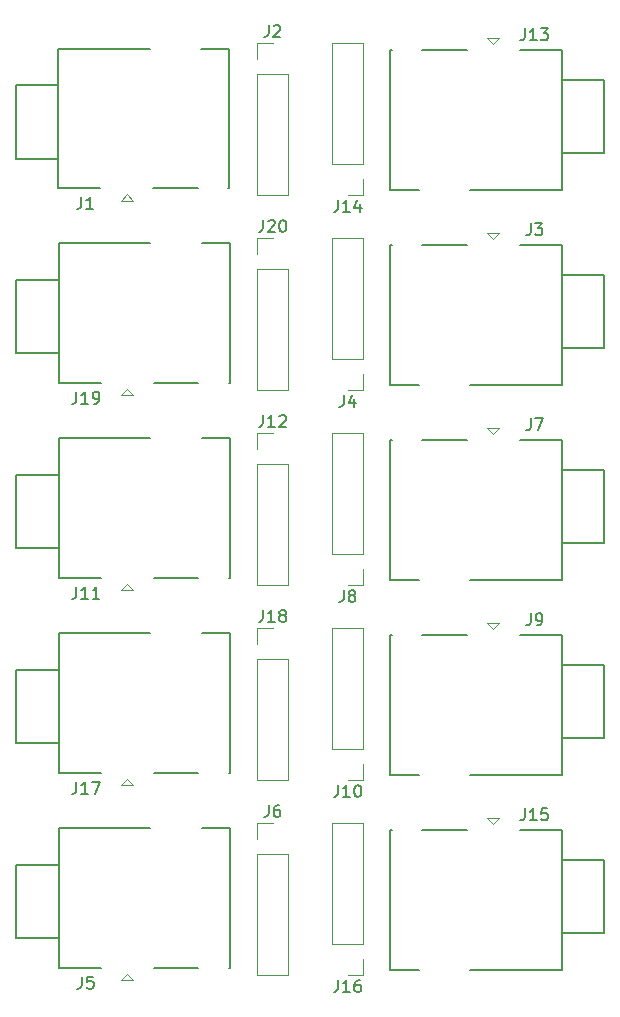
<source format=gbr>
G04 #@! TF.GenerationSoftware,KiCad,Pcbnew,(5.1.5-0-10_14)*
G04 #@! TF.CreationDate,2020-03-15T18:41:56-04:00*
G04 #@! TF.ProjectId,hp_breakout,68705f62-7265-4616-9b6f-75742e6b6963,rev?*
G04 #@! TF.SameCoordinates,Original*
G04 #@! TF.FileFunction,Legend,Top*
G04 #@! TF.FilePolarity,Positive*
%FSLAX46Y46*%
G04 Gerber Fmt 4.6, Leading zero omitted, Abs format (unit mm)*
G04 Created by KiCad (PCBNEW (5.1.5-0-10_14)) date 2020-03-15 18:41:56*
%MOMM*%
%LPD*%
G04 APERTURE LIST*
%ADD10C,0.120000*%
%ADD11C,0.150000*%
G04 APERTURE END LIST*
D10*
X49104000Y-44369000D02*
X48604000Y-43819000D01*
X48104000Y-44369000D02*
X49104000Y-44369000D01*
X48604000Y-43819000D02*
X48104000Y-44369000D01*
D11*
X42804000Y-31519000D02*
X50554000Y-31519000D01*
X54904000Y-31519000D02*
X57304000Y-31519000D01*
X57304000Y-31519000D02*
X57304000Y-43319000D01*
X57304000Y-43319000D02*
X57204000Y-43319000D01*
X54604000Y-43319000D02*
X50854000Y-43319000D01*
X46354000Y-43319000D02*
X42804000Y-43319000D01*
X42804000Y-43319000D02*
X42804000Y-31519000D01*
X42804000Y-34619000D02*
X39204000Y-34619000D01*
X39204000Y-34619000D02*
X39204000Y-40819000D01*
X39204000Y-40819000D02*
X42804000Y-40819000D01*
D10*
X49141000Y-60851000D02*
X48641000Y-60301000D01*
X48141000Y-60851000D02*
X49141000Y-60851000D01*
X48641000Y-60301000D02*
X48141000Y-60851000D01*
D11*
X42841000Y-48001000D02*
X50591000Y-48001000D01*
X54941000Y-48001000D02*
X57341000Y-48001000D01*
X57341000Y-48001000D02*
X57341000Y-59801000D01*
X57341000Y-59801000D02*
X57241000Y-59801000D01*
X54641000Y-59801000D02*
X50891000Y-59801000D01*
X46391000Y-59801000D02*
X42841000Y-59801000D01*
X42841000Y-59801000D02*
X42841000Y-48001000D01*
X42841000Y-51101000D02*
X39241000Y-51101000D01*
X39241000Y-51101000D02*
X39241000Y-57301000D01*
X39241000Y-57301000D02*
X42841000Y-57301000D01*
D10*
X79129000Y-47099000D02*
X79629000Y-47649000D01*
X80129000Y-47099000D02*
X79129000Y-47099000D01*
X79629000Y-47649000D02*
X80129000Y-47099000D01*
D11*
X85429000Y-59949000D02*
X77679000Y-59949000D01*
X73329000Y-59949000D02*
X70929000Y-59949000D01*
X70929000Y-59949000D02*
X70929000Y-48149000D01*
X70929000Y-48149000D02*
X71029000Y-48149000D01*
X73629000Y-48149000D02*
X77379000Y-48149000D01*
X81879000Y-48149000D02*
X85429000Y-48149000D01*
X85429000Y-48149000D02*
X85429000Y-59949000D01*
X85429000Y-56849000D02*
X89029000Y-56849000D01*
X89029000Y-56849000D02*
X89029000Y-50649000D01*
X89029000Y-50649000D02*
X85429000Y-50649000D01*
D10*
X49141000Y-110381000D02*
X48641000Y-109831000D01*
X48141000Y-110381000D02*
X49141000Y-110381000D01*
X48641000Y-109831000D02*
X48141000Y-110381000D01*
D11*
X42841000Y-97531000D02*
X50591000Y-97531000D01*
X54941000Y-97531000D02*
X57341000Y-97531000D01*
X57341000Y-97531000D02*
X57341000Y-109331000D01*
X57341000Y-109331000D02*
X57241000Y-109331000D01*
X54641000Y-109331000D02*
X50891000Y-109331000D01*
X46391000Y-109331000D02*
X42841000Y-109331000D01*
X42841000Y-109331000D02*
X42841000Y-97531000D01*
X42841000Y-100631000D02*
X39241000Y-100631000D01*
X39241000Y-100631000D02*
X39241000Y-106831000D01*
X39241000Y-106831000D02*
X42841000Y-106831000D01*
D10*
X79129000Y-63609000D02*
X79629000Y-64159000D01*
X80129000Y-63609000D02*
X79129000Y-63609000D01*
X79629000Y-64159000D02*
X80129000Y-63609000D01*
D11*
X85429000Y-76459000D02*
X77679000Y-76459000D01*
X73329000Y-76459000D02*
X70929000Y-76459000D01*
X70929000Y-76459000D02*
X70929000Y-64659000D01*
X70929000Y-64659000D02*
X71029000Y-64659000D01*
X73629000Y-64659000D02*
X77379000Y-64659000D01*
X81879000Y-64659000D02*
X85429000Y-64659000D01*
X85429000Y-64659000D02*
X85429000Y-76459000D01*
X85429000Y-73359000D02*
X89029000Y-73359000D01*
X89029000Y-73359000D02*
X89029000Y-67159000D01*
X89029000Y-67159000D02*
X85429000Y-67159000D01*
D10*
X79129000Y-80119000D02*
X79629000Y-80669000D01*
X80129000Y-80119000D02*
X79129000Y-80119000D01*
X79629000Y-80669000D02*
X80129000Y-80119000D01*
D11*
X85429000Y-92969000D02*
X77679000Y-92969000D01*
X73329000Y-92969000D02*
X70929000Y-92969000D01*
X70929000Y-92969000D02*
X70929000Y-81169000D01*
X70929000Y-81169000D02*
X71029000Y-81169000D01*
X73629000Y-81169000D02*
X77379000Y-81169000D01*
X81879000Y-81169000D02*
X85429000Y-81169000D01*
X85429000Y-81169000D02*
X85429000Y-92969000D01*
X85429000Y-89869000D02*
X89029000Y-89869000D01*
X89029000Y-89869000D02*
X89029000Y-83669000D01*
X89029000Y-83669000D02*
X85429000Y-83669000D01*
D10*
X49141000Y-77361000D02*
X48641000Y-76811000D01*
X48141000Y-77361000D02*
X49141000Y-77361000D01*
X48641000Y-76811000D02*
X48141000Y-77361000D01*
D11*
X42841000Y-64511000D02*
X50591000Y-64511000D01*
X54941000Y-64511000D02*
X57341000Y-64511000D01*
X57341000Y-64511000D02*
X57341000Y-76311000D01*
X57341000Y-76311000D02*
X57241000Y-76311000D01*
X54641000Y-76311000D02*
X50891000Y-76311000D01*
X46391000Y-76311000D02*
X42841000Y-76311000D01*
X42841000Y-76311000D02*
X42841000Y-64511000D01*
X42841000Y-67611000D02*
X39241000Y-67611000D01*
X39241000Y-67611000D02*
X39241000Y-73811000D01*
X39241000Y-73811000D02*
X42841000Y-73811000D01*
D10*
X79129000Y-30589000D02*
X79629000Y-31139000D01*
X80129000Y-30589000D02*
X79129000Y-30589000D01*
X79629000Y-31139000D02*
X80129000Y-30589000D01*
D11*
X85429000Y-43439000D02*
X77679000Y-43439000D01*
X73329000Y-43439000D02*
X70929000Y-43439000D01*
X70929000Y-43439000D02*
X70929000Y-31639000D01*
X70929000Y-31639000D02*
X71029000Y-31639000D01*
X73629000Y-31639000D02*
X77379000Y-31639000D01*
X81879000Y-31639000D02*
X85429000Y-31639000D01*
X85429000Y-31639000D02*
X85429000Y-43439000D01*
X85429000Y-40339000D02*
X89029000Y-40339000D01*
X89029000Y-40339000D02*
X89029000Y-34139000D01*
X89029000Y-34139000D02*
X85429000Y-34139000D01*
D10*
X79129000Y-96629000D02*
X79629000Y-97179000D01*
X80129000Y-96629000D02*
X79129000Y-96629000D01*
X79629000Y-97179000D02*
X80129000Y-96629000D01*
D11*
X85429000Y-109479000D02*
X77679000Y-109479000D01*
X73329000Y-109479000D02*
X70929000Y-109479000D01*
X70929000Y-109479000D02*
X70929000Y-97679000D01*
X70929000Y-97679000D02*
X71029000Y-97679000D01*
X73629000Y-97679000D02*
X77379000Y-97679000D01*
X81879000Y-97679000D02*
X85429000Y-97679000D01*
X85429000Y-97679000D02*
X85429000Y-109479000D01*
X85429000Y-106379000D02*
X89029000Y-106379000D01*
X89029000Y-106379000D02*
X89029000Y-100179000D01*
X89029000Y-100179000D02*
X85429000Y-100179000D01*
D10*
X49141000Y-93871000D02*
X48641000Y-93321000D01*
X48141000Y-93871000D02*
X49141000Y-93871000D01*
X48641000Y-93321000D02*
X48141000Y-93871000D01*
D11*
X42841000Y-81021000D02*
X50591000Y-81021000D01*
X54941000Y-81021000D02*
X57341000Y-81021000D01*
X57341000Y-81021000D02*
X57341000Y-92821000D01*
X57341000Y-92821000D02*
X57241000Y-92821000D01*
X54641000Y-92821000D02*
X50891000Y-92821000D01*
X46391000Y-92821000D02*
X42841000Y-92821000D01*
X42841000Y-92821000D02*
X42841000Y-81021000D01*
X42841000Y-84121000D02*
X39241000Y-84121000D01*
X39241000Y-84121000D02*
X39241000Y-90321000D01*
X39241000Y-90321000D02*
X42841000Y-90321000D01*
D10*
X68640000Y-60385000D02*
X67310000Y-60385000D01*
X68640000Y-59055000D02*
X68640000Y-60385000D01*
X68640000Y-57785000D02*
X65980000Y-57785000D01*
X65980000Y-57785000D02*
X65980000Y-47565000D01*
X68640000Y-57785000D02*
X68640000Y-47565000D01*
X68640000Y-47565000D02*
X65980000Y-47565000D01*
X59630000Y-109915000D02*
X62290000Y-109915000D01*
X59630000Y-99695000D02*
X59630000Y-109915000D01*
X62290000Y-99695000D02*
X62290000Y-109915000D01*
X59630000Y-99695000D02*
X62290000Y-99695000D01*
X59630000Y-98425000D02*
X59630000Y-97095000D01*
X59630000Y-97095000D02*
X60960000Y-97095000D01*
X68640000Y-76895000D02*
X67310000Y-76895000D01*
X68640000Y-75565000D02*
X68640000Y-76895000D01*
X68640000Y-74295000D02*
X65980000Y-74295000D01*
X65980000Y-74295000D02*
X65980000Y-64075000D01*
X68640000Y-74295000D02*
X68640000Y-64075000D01*
X68640000Y-64075000D02*
X65980000Y-64075000D01*
X68640000Y-80585000D02*
X65980000Y-80585000D01*
X68640000Y-90805000D02*
X68640000Y-80585000D01*
X65980000Y-90805000D02*
X65980000Y-80585000D01*
X68640000Y-90805000D02*
X65980000Y-90805000D01*
X68640000Y-92075000D02*
X68640000Y-93405000D01*
X68640000Y-93405000D02*
X67310000Y-93405000D01*
X59630000Y-64075000D02*
X60960000Y-64075000D01*
X59630000Y-65405000D02*
X59630000Y-64075000D01*
X59630000Y-66675000D02*
X62290000Y-66675000D01*
X62290000Y-66675000D02*
X62290000Y-76895000D01*
X59630000Y-66675000D02*
X59630000Y-76895000D01*
X59630000Y-76895000D02*
X62290000Y-76895000D01*
X68640000Y-31055000D02*
X65980000Y-31055000D01*
X68640000Y-41275000D02*
X68640000Y-31055000D01*
X65980000Y-41275000D02*
X65980000Y-31055000D01*
X68640000Y-41275000D02*
X65980000Y-41275000D01*
X68640000Y-42545000D02*
X68640000Y-43875000D01*
X68640000Y-43875000D02*
X67310000Y-43875000D01*
X68640000Y-109915000D02*
X67310000Y-109915000D01*
X68640000Y-108585000D02*
X68640000Y-109915000D01*
X68640000Y-107315000D02*
X65980000Y-107315000D01*
X65980000Y-107315000D02*
X65980000Y-97095000D01*
X68640000Y-107315000D02*
X68640000Y-97095000D01*
X68640000Y-97095000D02*
X65980000Y-97095000D01*
X59630000Y-93405000D02*
X62290000Y-93405000D01*
X59630000Y-83185000D02*
X59630000Y-93405000D01*
X62290000Y-83185000D02*
X62290000Y-93405000D01*
X59630000Y-83185000D02*
X62290000Y-83185000D01*
X59630000Y-81915000D02*
X59630000Y-80585000D01*
X59630000Y-80585000D02*
X60960000Y-80585000D01*
X59630000Y-47565000D02*
X60960000Y-47565000D01*
X59630000Y-48895000D02*
X59630000Y-47565000D01*
X59630000Y-50165000D02*
X62290000Y-50165000D01*
X62290000Y-50165000D02*
X62290000Y-60385000D01*
X59630000Y-50165000D02*
X59630000Y-60385000D01*
X59630000Y-60385000D02*
X62290000Y-60385000D01*
X59630000Y-43875000D02*
X62290000Y-43875000D01*
X59630000Y-33655000D02*
X59630000Y-43875000D01*
X62290000Y-33655000D02*
X62290000Y-43875000D01*
X59630000Y-33655000D02*
X62290000Y-33655000D01*
X59630000Y-32385000D02*
X59630000Y-31055000D01*
X59630000Y-31055000D02*
X60960000Y-31055000D01*
D11*
X44770666Y-44071380D02*
X44770666Y-44785666D01*
X44723047Y-44928523D01*
X44627809Y-45023761D01*
X44484952Y-45071380D01*
X44389714Y-45071380D01*
X45770666Y-45071380D02*
X45199238Y-45071380D01*
X45484952Y-45071380D02*
X45484952Y-44071380D01*
X45389714Y-44214238D01*
X45294476Y-44309476D01*
X45199238Y-44357095D01*
X44331476Y-60553380D02*
X44331476Y-61267666D01*
X44283857Y-61410523D01*
X44188619Y-61505761D01*
X44045761Y-61553380D01*
X43950523Y-61553380D01*
X45331476Y-61553380D02*
X44760047Y-61553380D01*
X45045761Y-61553380D02*
X45045761Y-60553380D01*
X44950523Y-60696238D01*
X44855285Y-60791476D01*
X44760047Y-60839095D01*
X45807666Y-61553380D02*
X45998142Y-61553380D01*
X46093380Y-61505761D01*
X46141000Y-61458142D01*
X46236238Y-61315285D01*
X46283857Y-61124809D01*
X46283857Y-60743857D01*
X46236238Y-60648619D01*
X46188619Y-60601000D01*
X46093380Y-60553380D01*
X45902904Y-60553380D01*
X45807666Y-60601000D01*
X45760047Y-60648619D01*
X45712428Y-60743857D01*
X45712428Y-60981952D01*
X45760047Y-61077190D01*
X45807666Y-61124809D01*
X45902904Y-61172428D01*
X46093380Y-61172428D01*
X46188619Y-61124809D01*
X46236238Y-61077190D01*
X46283857Y-60981952D01*
X82795666Y-46301380D02*
X82795666Y-47015666D01*
X82748047Y-47158523D01*
X82652809Y-47253761D01*
X82509952Y-47301380D01*
X82414714Y-47301380D01*
X83176619Y-46301380D02*
X83795666Y-46301380D01*
X83462333Y-46682333D01*
X83605190Y-46682333D01*
X83700428Y-46729952D01*
X83748047Y-46777571D01*
X83795666Y-46872809D01*
X83795666Y-47110904D01*
X83748047Y-47206142D01*
X83700428Y-47253761D01*
X83605190Y-47301380D01*
X83319476Y-47301380D01*
X83224238Y-47253761D01*
X83176619Y-47206142D01*
X44807666Y-110083380D02*
X44807666Y-110797666D01*
X44760047Y-110940523D01*
X44664809Y-111035761D01*
X44521952Y-111083380D01*
X44426714Y-111083380D01*
X45760047Y-110083380D02*
X45283857Y-110083380D01*
X45236238Y-110559571D01*
X45283857Y-110511952D01*
X45379095Y-110464333D01*
X45617190Y-110464333D01*
X45712428Y-110511952D01*
X45760047Y-110559571D01*
X45807666Y-110654809D01*
X45807666Y-110892904D01*
X45760047Y-110988142D01*
X45712428Y-111035761D01*
X45617190Y-111083380D01*
X45379095Y-111083380D01*
X45283857Y-111035761D01*
X45236238Y-110988142D01*
X82795666Y-62811380D02*
X82795666Y-63525666D01*
X82748047Y-63668523D01*
X82652809Y-63763761D01*
X82509952Y-63811380D01*
X82414714Y-63811380D01*
X83176619Y-62811380D02*
X83843285Y-62811380D01*
X83414714Y-63811380D01*
X82795666Y-79321380D02*
X82795666Y-80035666D01*
X82748047Y-80178523D01*
X82652809Y-80273761D01*
X82509952Y-80321380D01*
X82414714Y-80321380D01*
X83319476Y-80321380D02*
X83509952Y-80321380D01*
X83605190Y-80273761D01*
X83652809Y-80226142D01*
X83748047Y-80083285D01*
X83795666Y-79892809D01*
X83795666Y-79511857D01*
X83748047Y-79416619D01*
X83700428Y-79369000D01*
X83605190Y-79321380D01*
X83414714Y-79321380D01*
X83319476Y-79369000D01*
X83271857Y-79416619D01*
X83224238Y-79511857D01*
X83224238Y-79749952D01*
X83271857Y-79845190D01*
X83319476Y-79892809D01*
X83414714Y-79940428D01*
X83605190Y-79940428D01*
X83700428Y-79892809D01*
X83748047Y-79845190D01*
X83795666Y-79749952D01*
X44331476Y-77063380D02*
X44331476Y-77777666D01*
X44283857Y-77920523D01*
X44188619Y-78015761D01*
X44045761Y-78063380D01*
X43950523Y-78063380D01*
X45331476Y-78063380D02*
X44760047Y-78063380D01*
X45045761Y-78063380D02*
X45045761Y-77063380D01*
X44950523Y-77206238D01*
X44855285Y-77301476D01*
X44760047Y-77349095D01*
X46283857Y-78063380D02*
X45712428Y-78063380D01*
X45998142Y-78063380D02*
X45998142Y-77063380D01*
X45902904Y-77206238D01*
X45807666Y-77301476D01*
X45712428Y-77349095D01*
X82319476Y-29791380D02*
X82319476Y-30505666D01*
X82271857Y-30648523D01*
X82176619Y-30743761D01*
X82033761Y-30791380D01*
X81938523Y-30791380D01*
X83319476Y-30791380D02*
X82748047Y-30791380D01*
X83033761Y-30791380D02*
X83033761Y-29791380D01*
X82938523Y-29934238D01*
X82843285Y-30029476D01*
X82748047Y-30077095D01*
X83652809Y-29791380D02*
X84271857Y-29791380D01*
X83938523Y-30172333D01*
X84081380Y-30172333D01*
X84176619Y-30219952D01*
X84224238Y-30267571D01*
X84271857Y-30362809D01*
X84271857Y-30600904D01*
X84224238Y-30696142D01*
X84176619Y-30743761D01*
X84081380Y-30791380D01*
X83795666Y-30791380D01*
X83700428Y-30743761D01*
X83652809Y-30696142D01*
X82319476Y-95831380D02*
X82319476Y-96545666D01*
X82271857Y-96688523D01*
X82176619Y-96783761D01*
X82033761Y-96831380D01*
X81938523Y-96831380D01*
X83319476Y-96831380D02*
X82748047Y-96831380D01*
X83033761Y-96831380D02*
X83033761Y-95831380D01*
X82938523Y-95974238D01*
X82843285Y-96069476D01*
X82748047Y-96117095D01*
X84224238Y-95831380D02*
X83748047Y-95831380D01*
X83700428Y-96307571D01*
X83748047Y-96259952D01*
X83843285Y-96212333D01*
X84081380Y-96212333D01*
X84176619Y-96259952D01*
X84224238Y-96307571D01*
X84271857Y-96402809D01*
X84271857Y-96640904D01*
X84224238Y-96736142D01*
X84176619Y-96783761D01*
X84081380Y-96831380D01*
X83843285Y-96831380D01*
X83748047Y-96783761D01*
X83700428Y-96736142D01*
X44331476Y-93573380D02*
X44331476Y-94287666D01*
X44283857Y-94430523D01*
X44188619Y-94525761D01*
X44045761Y-94573380D01*
X43950523Y-94573380D01*
X45331476Y-94573380D02*
X44760047Y-94573380D01*
X45045761Y-94573380D02*
X45045761Y-93573380D01*
X44950523Y-93716238D01*
X44855285Y-93811476D01*
X44760047Y-93859095D01*
X45664809Y-93573380D02*
X46331476Y-93573380D01*
X45902904Y-94573380D01*
X66976666Y-60837380D02*
X66976666Y-61551666D01*
X66929047Y-61694523D01*
X66833809Y-61789761D01*
X66690952Y-61837380D01*
X66595714Y-61837380D01*
X67881428Y-61170714D02*
X67881428Y-61837380D01*
X67643333Y-60789761D02*
X67405238Y-61504047D01*
X68024285Y-61504047D01*
X60626666Y-95547380D02*
X60626666Y-96261666D01*
X60579047Y-96404523D01*
X60483809Y-96499761D01*
X60340952Y-96547380D01*
X60245714Y-96547380D01*
X61531428Y-95547380D02*
X61340952Y-95547380D01*
X61245714Y-95595000D01*
X61198095Y-95642619D01*
X61102857Y-95785476D01*
X61055238Y-95975952D01*
X61055238Y-96356904D01*
X61102857Y-96452142D01*
X61150476Y-96499761D01*
X61245714Y-96547380D01*
X61436190Y-96547380D01*
X61531428Y-96499761D01*
X61579047Y-96452142D01*
X61626666Y-96356904D01*
X61626666Y-96118809D01*
X61579047Y-96023571D01*
X61531428Y-95975952D01*
X61436190Y-95928333D01*
X61245714Y-95928333D01*
X61150476Y-95975952D01*
X61102857Y-96023571D01*
X61055238Y-96118809D01*
X66976666Y-77347380D02*
X66976666Y-78061666D01*
X66929047Y-78204523D01*
X66833809Y-78299761D01*
X66690952Y-78347380D01*
X66595714Y-78347380D01*
X67595714Y-77775952D02*
X67500476Y-77728333D01*
X67452857Y-77680714D01*
X67405238Y-77585476D01*
X67405238Y-77537857D01*
X67452857Y-77442619D01*
X67500476Y-77395000D01*
X67595714Y-77347380D01*
X67786190Y-77347380D01*
X67881428Y-77395000D01*
X67929047Y-77442619D01*
X67976666Y-77537857D01*
X67976666Y-77585476D01*
X67929047Y-77680714D01*
X67881428Y-77728333D01*
X67786190Y-77775952D01*
X67595714Y-77775952D01*
X67500476Y-77823571D01*
X67452857Y-77871190D01*
X67405238Y-77966428D01*
X67405238Y-78156904D01*
X67452857Y-78252142D01*
X67500476Y-78299761D01*
X67595714Y-78347380D01*
X67786190Y-78347380D01*
X67881428Y-78299761D01*
X67929047Y-78252142D01*
X67976666Y-78156904D01*
X67976666Y-77966428D01*
X67929047Y-77871190D01*
X67881428Y-77823571D01*
X67786190Y-77775952D01*
X66500476Y-93857380D02*
X66500476Y-94571666D01*
X66452857Y-94714523D01*
X66357619Y-94809761D01*
X66214761Y-94857380D01*
X66119523Y-94857380D01*
X67500476Y-94857380D02*
X66929047Y-94857380D01*
X67214761Y-94857380D02*
X67214761Y-93857380D01*
X67119523Y-94000238D01*
X67024285Y-94095476D01*
X66929047Y-94143095D01*
X68119523Y-93857380D02*
X68214761Y-93857380D01*
X68310000Y-93905000D01*
X68357619Y-93952619D01*
X68405238Y-94047857D01*
X68452857Y-94238333D01*
X68452857Y-94476428D01*
X68405238Y-94666904D01*
X68357619Y-94762142D01*
X68310000Y-94809761D01*
X68214761Y-94857380D01*
X68119523Y-94857380D01*
X68024285Y-94809761D01*
X67976666Y-94762142D01*
X67929047Y-94666904D01*
X67881428Y-94476428D01*
X67881428Y-94238333D01*
X67929047Y-94047857D01*
X67976666Y-93952619D01*
X68024285Y-93905000D01*
X68119523Y-93857380D01*
X60150476Y-62527380D02*
X60150476Y-63241666D01*
X60102857Y-63384523D01*
X60007619Y-63479761D01*
X59864761Y-63527380D01*
X59769523Y-63527380D01*
X61150476Y-63527380D02*
X60579047Y-63527380D01*
X60864761Y-63527380D02*
X60864761Y-62527380D01*
X60769523Y-62670238D01*
X60674285Y-62765476D01*
X60579047Y-62813095D01*
X61531428Y-62622619D02*
X61579047Y-62575000D01*
X61674285Y-62527380D01*
X61912380Y-62527380D01*
X62007619Y-62575000D01*
X62055238Y-62622619D01*
X62102857Y-62717857D01*
X62102857Y-62813095D01*
X62055238Y-62955952D01*
X61483809Y-63527380D01*
X62102857Y-63527380D01*
X66500476Y-44327380D02*
X66500476Y-45041666D01*
X66452857Y-45184523D01*
X66357619Y-45279761D01*
X66214761Y-45327380D01*
X66119523Y-45327380D01*
X67500476Y-45327380D02*
X66929047Y-45327380D01*
X67214761Y-45327380D02*
X67214761Y-44327380D01*
X67119523Y-44470238D01*
X67024285Y-44565476D01*
X66929047Y-44613095D01*
X68357619Y-44660714D02*
X68357619Y-45327380D01*
X68119523Y-44279761D02*
X67881428Y-44994047D01*
X68500476Y-44994047D01*
X66500476Y-110367380D02*
X66500476Y-111081666D01*
X66452857Y-111224523D01*
X66357619Y-111319761D01*
X66214761Y-111367380D01*
X66119523Y-111367380D01*
X67500476Y-111367380D02*
X66929047Y-111367380D01*
X67214761Y-111367380D02*
X67214761Y-110367380D01*
X67119523Y-110510238D01*
X67024285Y-110605476D01*
X66929047Y-110653095D01*
X68357619Y-110367380D02*
X68167142Y-110367380D01*
X68071904Y-110415000D01*
X68024285Y-110462619D01*
X67929047Y-110605476D01*
X67881428Y-110795952D01*
X67881428Y-111176904D01*
X67929047Y-111272142D01*
X67976666Y-111319761D01*
X68071904Y-111367380D01*
X68262380Y-111367380D01*
X68357619Y-111319761D01*
X68405238Y-111272142D01*
X68452857Y-111176904D01*
X68452857Y-110938809D01*
X68405238Y-110843571D01*
X68357619Y-110795952D01*
X68262380Y-110748333D01*
X68071904Y-110748333D01*
X67976666Y-110795952D01*
X67929047Y-110843571D01*
X67881428Y-110938809D01*
X60150476Y-79037380D02*
X60150476Y-79751666D01*
X60102857Y-79894523D01*
X60007619Y-79989761D01*
X59864761Y-80037380D01*
X59769523Y-80037380D01*
X61150476Y-80037380D02*
X60579047Y-80037380D01*
X60864761Y-80037380D02*
X60864761Y-79037380D01*
X60769523Y-79180238D01*
X60674285Y-79275476D01*
X60579047Y-79323095D01*
X61721904Y-79465952D02*
X61626666Y-79418333D01*
X61579047Y-79370714D01*
X61531428Y-79275476D01*
X61531428Y-79227857D01*
X61579047Y-79132619D01*
X61626666Y-79085000D01*
X61721904Y-79037380D01*
X61912380Y-79037380D01*
X62007619Y-79085000D01*
X62055238Y-79132619D01*
X62102857Y-79227857D01*
X62102857Y-79275476D01*
X62055238Y-79370714D01*
X62007619Y-79418333D01*
X61912380Y-79465952D01*
X61721904Y-79465952D01*
X61626666Y-79513571D01*
X61579047Y-79561190D01*
X61531428Y-79656428D01*
X61531428Y-79846904D01*
X61579047Y-79942142D01*
X61626666Y-79989761D01*
X61721904Y-80037380D01*
X61912380Y-80037380D01*
X62007619Y-79989761D01*
X62055238Y-79942142D01*
X62102857Y-79846904D01*
X62102857Y-79656428D01*
X62055238Y-79561190D01*
X62007619Y-79513571D01*
X61912380Y-79465952D01*
X60150476Y-46017380D02*
X60150476Y-46731666D01*
X60102857Y-46874523D01*
X60007619Y-46969761D01*
X59864761Y-47017380D01*
X59769523Y-47017380D01*
X60579047Y-46112619D02*
X60626666Y-46065000D01*
X60721904Y-46017380D01*
X60960000Y-46017380D01*
X61055238Y-46065000D01*
X61102857Y-46112619D01*
X61150476Y-46207857D01*
X61150476Y-46303095D01*
X61102857Y-46445952D01*
X60531428Y-47017380D01*
X61150476Y-47017380D01*
X61769523Y-46017380D02*
X61864761Y-46017380D01*
X61960000Y-46065000D01*
X62007619Y-46112619D01*
X62055238Y-46207857D01*
X62102857Y-46398333D01*
X62102857Y-46636428D01*
X62055238Y-46826904D01*
X62007619Y-46922142D01*
X61960000Y-46969761D01*
X61864761Y-47017380D01*
X61769523Y-47017380D01*
X61674285Y-46969761D01*
X61626666Y-46922142D01*
X61579047Y-46826904D01*
X61531428Y-46636428D01*
X61531428Y-46398333D01*
X61579047Y-46207857D01*
X61626666Y-46112619D01*
X61674285Y-46065000D01*
X61769523Y-46017380D01*
X60626666Y-29507380D02*
X60626666Y-30221666D01*
X60579047Y-30364523D01*
X60483809Y-30459761D01*
X60340952Y-30507380D01*
X60245714Y-30507380D01*
X61055238Y-29602619D02*
X61102857Y-29555000D01*
X61198095Y-29507380D01*
X61436190Y-29507380D01*
X61531428Y-29555000D01*
X61579047Y-29602619D01*
X61626666Y-29697857D01*
X61626666Y-29793095D01*
X61579047Y-29935952D01*
X61007619Y-30507380D01*
X61626666Y-30507380D01*
M02*

</source>
